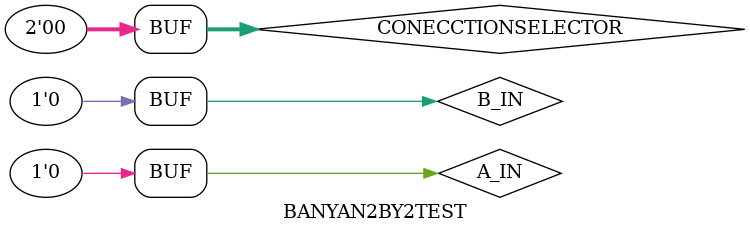
<source format=v>
`timescale 1ns / 1ps


module BANYAN2BY2TEST(

    );
    reg [1:0] CONECCTIONSELECTOR;
    reg A_IN,B_IN;
    wire A_OUT,B_OUT;
    BANYAN2_2 test_instance (CONECCTIONSELECTOR,A_IN,B_IN,A_OUT,B_OUT); 
    initial 
    begin 
    A_IN=1; B_IN=0; CONECCTIONSELECTOR=2'b00;
    #100 A_IN=1; B_IN=0; CONECCTIONSELECTOR=2'b11;
    #100 A_IN=1; B_IN=0; CONECCTIONSELECTOR=2'b10;
    #100 A_IN=0; B_IN=1; CONECCTIONSELECTOR=2'b01;
    #100 A_IN="X"; B_IN=0; CONECCTIONSELECTOR=2'b00;
    
    end 
    
endmodule

</source>
